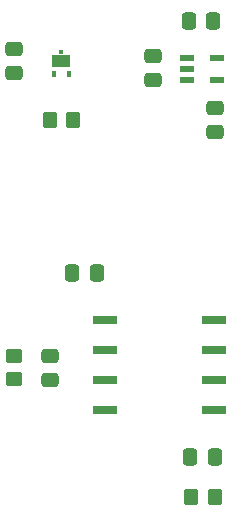
<source format=gbr>
%TF.GenerationSoftware,KiCad,Pcbnew,(6.0.8)*%
%TF.CreationDate,2023-05-16T00:54:05+01:00*%
%TF.ProjectId,photodiode,70686f74-6f64-4696-9f64-652e6b696361,rev?*%
%TF.SameCoordinates,Original*%
%TF.FileFunction,Paste,Top*%
%TF.FilePolarity,Positive*%
%FSLAX46Y46*%
G04 Gerber Fmt 4.6, Leading zero omitted, Abs format (unit mm)*
G04 Created by KiCad (PCBNEW (6.0.8)) date 2023-05-16 00:54:05*
%MOMM*%
%LPD*%
G01*
G04 APERTURE LIST*
G04 Aperture macros list*
%AMRoundRect*
0 Rectangle with rounded corners*
0 $1 Rounding radius*
0 $2 $3 $4 $5 $6 $7 $8 $9 X,Y pos of 4 corners*
0 Add a 4 corners polygon primitive as box body*
4,1,4,$2,$3,$4,$5,$6,$7,$8,$9,$2,$3,0*
0 Add four circle primitives for the rounded corners*
1,1,$1+$1,$2,$3*
1,1,$1+$1,$4,$5*
1,1,$1+$1,$6,$7*
1,1,$1+$1,$8,$9*
0 Add four rect primitives between the rounded corners*
20,1,$1+$1,$2,$3,$4,$5,0*
20,1,$1+$1,$4,$5,$6,$7,0*
20,1,$1+$1,$6,$7,$8,$9,0*
20,1,$1+$1,$8,$9,$2,$3,0*%
G04 Aperture macros list end*
%ADD10R,0.400000X0.600000*%
%ADD11R,0.400000X0.350000*%
%ADD12R,1.600000X1.100000*%
%ADD13R,2.100000X0.650000*%
%ADD14R,1.250000X0.600000*%
%ADD15RoundRect,0.250000X0.475000X-0.337500X0.475000X0.337500X-0.475000X0.337500X-0.475000X-0.337500X0*%
%ADD16RoundRect,0.250000X-0.337500X-0.475000X0.337500X-0.475000X0.337500X0.475000X-0.337500X0.475000X0*%
%ADD17RoundRect,0.250000X0.450000X-0.350000X0.450000X0.350000X-0.450000X0.350000X-0.450000X-0.350000X0*%
%ADD18RoundRect,0.250000X0.350000X0.450000X-0.350000X0.450000X-0.350000X-0.450000X0.350000X-0.450000X0*%
%ADD19RoundRect,0.250000X-0.475000X0.337500X-0.475000X-0.337500X0.475000X-0.337500X0.475000X0.337500X0*%
%ADD20RoundRect,0.250000X0.337500X0.475000X-0.337500X0.475000X-0.337500X-0.475000X0.337500X-0.475000X0*%
G04 APERTURE END LIST*
D10*
%TO.C,Q1*%
X123350000Y-83125000D03*
X124650000Y-83125000D03*
D11*
X124000000Y-81300000D03*
D12*
X124000000Y-82025000D03*
%TD*%
D13*
%TO.C,IC2*%
X127695000Y-103998000D03*
X127695000Y-106538000D03*
X127695000Y-109078000D03*
X127695000Y-111618000D03*
X136895000Y-111618000D03*
X136895000Y-109078000D03*
X136895000Y-106538000D03*
X136895000Y-103998000D03*
%TD*%
D14*
%TO.C,IC1*%
X134600000Y-81800000D03*
X134600000Y-82750000D03*
X134600000Y-83700000D03*
X137200000Y-83700000D03*
X137200000Y-81800000D03*
%TD*%
D15*
%TO.C,C7*%
X137037500Y-88075000D03*
X137037500Y-86000000D03*
%TD*%
D16*
%TO.C,C3*%
X134787500Y-78650000D03*
X136862500Y-78650000D03*
%TD*%
D17*
%TO.C,R2*%
X120000000Y-109000000D03*
X120000000Y-107000000D03*
%TD*%
D18*
%TO.C,R3*%
X137000000Y-119000000D03*
X135000000Y-119000000D03*
%TD*%
D19*
%TO.C,C2*%
X131787500Y-81612500D03*
X131787500Y-83687500D03*
%TD*%
D20*
%TO.C,C6*%
X127000000Y-100000000D03*
X124925000Y-100000000D03*
%TD*%
D19*
%TO.C,C1*%
X120000000Y-81025000D03*
X120000000Y-83100000D03*
%TD*%
D18*
%TO.C,R1*%
X125000000Y-87025000D03*
X123000000Y-87025000D03*
%TD*%
D20*
%TO.C,C5*%
X137000000Y-115620000D03*
X134925000Y-115620000D03*
%TD*%
D15*
%TO.C,C4*%
X123000000Y-109075000D03*
X123000000Y-107000000D03*
%TD*%
M02*

</source>
